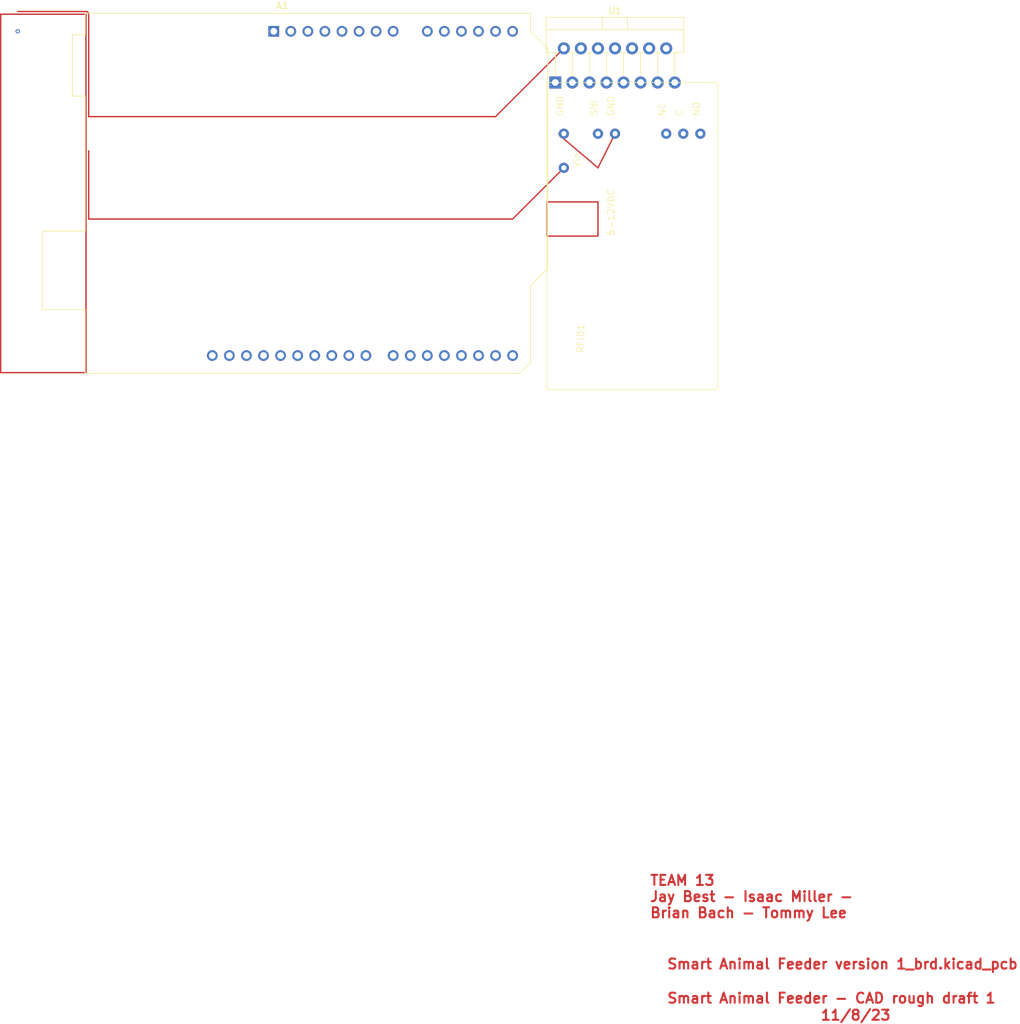
<source format=kicad_pcb>
(kicad_pcb (version 20221018) (generator pcbnew)
  (layers (0 "F.Cu" signal) (31 "B.Cu" signal) (34 "B.Paste" user) (35 "F.Paste" user) (36 "B.SilkS" user "B.Silkscreen") (37 "F.SilkS" user "F.Silkscreen") (38 "B.Mask" user) (39 "F.Mask" user) (44 "Edge.Cuts" user))
  (net 0 "")
  (net 8 "GND")
  (net 15 "/Motor Control 1")
  (net 16 "/Motor Control 2")
  (net 17 "/Enable pin A")
  (net 33 "Net-(U1-OUT1)")
  (net 34 "Net-(M1--)")
  (net 39 "/Motor voltage 2 -")
  (net 40 "/Motor voltage 2 +")
  (footprint "Module:Arduino_UNO_R3" (layer "F.Cu") (at 129.54 45.72)
    (fp_text reference "A1" (at 1.27 -3.81 180) (layer "F.SilkS"))
    (fp_text value "Arduino_UNO_R3")
    (fp_line (start -34.42 29.72) (end -34.42 41.4) (stroke (width 0.12)) (layer "F.SilkS"))
    (fp_line (start -34.42 41.4) (end -28.07 41.4) (stroke (width 0.12)) (layer "F.SilkS"))
    (fp_line (start -29.97 0.51) (end -29.97 9.65) (stroke (width 0.12)) (layer "F.SilkS"))
    (fp_line (start -29.97 9.65) (end -28.07 9.65) (stroke (width 0.12)) (layer "F.SilkS"))
    (fp_line (start -28.07 -2.67) (end -28.07 0.51) (stroke (width 0.12)) (layer "F.SilkS"))
    (fp_line (start -28.07 0.51) (end -29.97 0.51) (stroke (width 0.12)) (layer "F.SilkS"))
    (fp_line (start -28.07 9.65) (end -28.07 29.72) (stroke (width 0.12)) (layer "F.SilkS"))
    (fp_line (start -28.07 29.72) (end -34.42 29.72) (stroke (width 0.12)) (layer "F.SilkS"))
    (fp_line (start -28.07 41.4) (end -28.07 50.93) (stroke (width 0.12)) (layer "F.SilkS"))
    (fp_line (start -28.07 50.93) (end 36.58 50.93) (stroke (width 0.12)) (layer "F.SilkS"))
    (fp_line (start 36.58 50.93) (end 38.23 49.28) (stroke (width 0.12)) (layer "F.SilkS"))
    (fp_line (start 38.23 -2.67) (end -28.07 -2.67) (stroke (width 0.12)) (layer "F.SilkS"))
    (fp_line (start 38.23 0) (end 38.23 -2.67) (stroke (width 0.12)) (layer "F.SilkS"))
    (fp_line (start 38.23 37.85) (end 40.77 35.31) (stroke (width 0.12)) (layer "F.SilkS"))
    (fp_line (start 38.23 49.28) (end 38.23 37.85) (stroke (width 0.12)) (layer "F.SilkS"))
    (fp_line (start 40.77 2.54) (end 38.23 0) (stroke (width 0.12)) (layer "F.SilkS"))
    (fp_line (start 40.77 35.31) (end 40.77 2.54) (stroke (width 0.12)) (layer "F.SilkS"))
    (pad "1" thru_hole rect (at 0 0 90) (size 1.6 1.6) (drill 1) (layers "*.Cu" "*.Mask"))
    (pad "2" thru_hole oval (at 2.54 0 90) (size 1.6 1.6) (drill 1) (layers "*.Cu" "*.Mask"))
    (pad "3" thru_hole oval (at 5.08 0 90) (size 1.6 1.6) (drill 1) (layers "*.Cu" "*.Mask"))
    (pad "4" thru_hole oval (at 7.62 0 90) (size 1.6 1.6) (drill 1) (layers "*.Cu" "*.Mask"))
    (pad "5" thru_hole oval (at 10.16 0 90) (size 1.6 1.6) (drill 1) (layers "*.Cu" "*.Mask"))
    (pad "6" thru_hole oval (at 12.7 0 90) (size 1.6 1.6) (drill 1) (layers "*.Cu" "*.Mask"))
    (pad "7" thru_hole oval (at 15.24 0 90) (size 1.6 1.6) (drill 1) (layers "*.Cu" "*.Mask"))
    (pad "8" thru_hole oval (at 17.78 0 90) (size 1.6 1.6) (drill 1) (layers "*.Cu" "*.Mask") (net 8 "GND"))
    (pad "9" thru_hole oval (at 22.86 0 90) (size 1.6 1.6) (drill 1) (layers "*.Cu" "*.Mask"))
    (pad "10" thru_hole oval (at 25.4 0 90) (size 1.6 1.6) (drill 1) (layers "*.Cu" "*.Mask"))
    (pad "11" thru_hole oval (at 27.94 0 90) (size 1.6 1.6) (drill 1) (layers "*.Cu" "*.Mask"))
    (pad "12" thru_hole oval (at 30.48 0 90) (size 1.6 1.6) (drill 1) (layers "*.Cu" "*.Mask"))
    (pad "13" thru_hole oval (at 33.02 0 90) (size 1.6 1.6) (drill 1) (layers "*.Cu" "*.Mask"))
    (pad "14" thru_hole oval (at 35.56 0 90) (size 1.6 1.6) (drill 1) (layers "*.Cu" "*.Mask"))
    (pad "15" thru_hole oval (at 35.56 48.26 90) (size 1.6 1.6) (drill 1) (layers "*.Cu" "*.Mask") (net 15 "/Motor Control 1"))
    (pad "16" thru_hole oval (at 33.02 48.26 90) (size 1.6 1.6) (drill 1) (layers "*.Cu" "*.Mask") (net 16 "/Motor Control 2"))
    (pad "17" thru_hole oval (at 30.48 48.26 90) (size 1.6 1.6) (drill 1) (layers "*.Cu" "*.Mask") (net 17 "/Enable pin A"))
    (pad "18" thru_hole oval (at 27.94 48.26 90) (size 1.6 1.6) (drill 1) (layers "*.Cu" "*.Mask"))
    (pad "19" thru_hole oval (at 25.4 48.26 90) (size 1.6 1.6) (drill 1) (layers "*.Cu" "*.Mask"))
    (pad "20" thru_hole oval (at 22.86 48.26 90) (size 1.6 1.6) (drill 1) (layers "*.Cu" "*.Mask"))
    (pad "21" thru_hole oval (at 20.32 48.26 90) (size 1.6 1.6) (drill 1) (layers "*.Cu" "*.Mask"))
    (pad "22" thru_hole oval (at 17.78 48.26 90) (size 1.6 1.6) (drill 1) (layers "*.Cu" "*.Mask"))
    (pad "23" thru_hole oval (at 13.72 48.26 90) (size 1.6 1.6) (drill 1) (layers "*.Cu" "*.Mask"))
    (pad "24" thru_hole oval (at 11.18 48.26 90) (size 1.6 1.6) (drill 1) (layers "*.Cu" "*.Mask"))
    (pad "25" thru_hole oval (at 8.64 48.26 90) (size 1.6 1.6) (drill 1) (layers "*.Cu" "*.Mask"))
    (pad "26" thru_hole oval (at 6.1 48.26 90) (size 1.6 1.6) (drill 1) (layers "*.Cu" "*.Mask"))
    (pad "27" thru_hole oval (at 3.56 48.26 90) (size 1.6 1.6) (drill 1) (layers "*.Cu" "*.Mask"))
    (pad "28" thru_hole oval (at 1.02 48.26 90) (size 1.6 1.6) (drill 1) (layers "*.Cu" "*.Mask"))
    (pad "29" thru_hole oval (at -1.52 48.26 90) (size 1.6 1.6) (drill 1) (layers "*.Cu" "*.Mask") (net 8 "GND"))
    (pad "30" thru_hole oval (at -4.06 48.26 90) (size 1.6 1.6) (drill 1) (layers "*.Cu" "*.Mask"))
    (pad "31" thru_hole oval (at -6.6 48.26 90) (size 1.6 1.6) (drill 1) (layers "*.Cu" "*.Mask"))
    (pad "32" thru_hole oval (at -9.14 48.26 90) (size 1.6 1.6) (drill 1) (layers "*.Cu" "*.Mask"))
  )
  (footprint "Package_TO_SOT_THT:TO-220-15_P2.54x2.54mm_StaggerOdd_Lead4.58mm_Vertical" (layer "F.Cu") (at 171.45 53.34)
    (fp_text reference "U1" (at 8.89 -10.7) (layer "F.SilkS"))
    (fp_text value "L298N")
    (fp_line (start -1.33 -9.7) (end -1.33 -4.459) (stroke (width 0.12)) (layer "F.SilkS"))
    (fp_line (start -1.33 -9.7) (end 19.11 -9.7) (stroke (width 0.12)) (layer "F.SilkS"))
    (fp_line (start -1.33 -7.86) (end 19.11 -7.86) (stroke (width 0.12)) (layer "F.SilkS"))
    (fp_line (start -1.33 -4.459) (end 0.346 -4.459) (stroke (width 0.12)) (layer "F.SilkS"))
    (fp_line (start 0 -4.459) (end 0 -1.05) (stroke (width 0.12)) (layer "F.SilkS"))
    (fp_line (start 2.195 -4.459) (end 2.886 -4.459) (stroke (width 0.12)) (layer "F.SilkS"))
    (fp_line (start 2.54 -4.459) (end 2.54 -1.065) (stroke (width 0.12)) (layer "F.SilkS"))
    (fp_line (start 4.735 -4.459) (end 5.426 -4.459) (stroke (width 0.12)) (layer "F.SilkS"))
    (fp_line (start 5.08 -4.459) (end 5.08 -1.065) (stroke (width 0.12)) (layer "F.SilkS"))
    (fp_line (start 7.041 -9.7) (end 7.041 -7.86) (stroke (width 0.12)) (layer "F.SilkS"))
    (fp_line (start 7.275 -4.459) (end 7.966 -4.459) (stroke (width 0.12)) (layer "F.SilkS"))
    (fp_line (start 7.62 -4.459) (end 7.62 -1.065) (stroke (width 0.12)) (layer "F.SilkS"))
    (fp_line (start 9.815 -4.459) (end 10.506 -4.459) (stroke (width 0.12)) (layer "F.SilkS"))
    (fp_line (start 10.16 -4.459) (end 10.16 -1.065) (stroke (width 0.12)) (layer "F.SilkS"))
    (fp_line (start 10.74 -9.7) (end 10.74 -7.86) (stroke (width 0.12)) (layer "F.SilkS"))
    (fp_line (start 12.355 -4.459) (end 13.046 -4.459) (stroke (width 0.12)) (layer "F.SilkS"))
    (fp_line (start 12.7 -4.459) (end 12.7 -1.065) (stroke (width 0.12)) (layer "F.SilkS"))
    (fp_line (start 14.895 -4.459) (end 15.586 -4.459) (stroke (width 0.12)) (layer "F.SilkS"))
    (fp_line (start 15.24 -4.459) (end 15.24 -1.065) (stroke (width 0.12)) (layer "F.SilkS"))
    (fp_line (start 17.435 -4.459) (end 19.11 -4.459) (stroke (width 0.12)) (layer "F.SilkS"))
    (fp_line (start 17.78 -4.459) (end 17.78 -1.065) (stroke (width 0.12)) (layer "F.SilkS"))
    (fp_line (start 19.11 -9.7) (end 19.11 -4.459) (stroke (width 0.12)) (layer "F.SilkS"))
    (pad "1" thru_hole rect (at 0 0) (size 1.8 1.8) (drill 1) (layers "*.Cu" "*.Mask"))
    (pad "2" thru_hole oval (at 1.27 -5.08) (size 1.8 1.8) (drill 1) (layers "*.Cu" "*.Mask") (net 33 "Net-(U1-OUT1)"))
    (pad "3" thru_hole oval (at 2.54 0) (size 1.8 1.8) (drill 1) (layers "*.Cu" "*.Mask") (net 34 "Net-(M1--)"))
    (pad "4" thru_hole oval (at 3.81 -5.08) (size 1.8 1.8) (drill 1) (layers "*.Cu" "*.Mask"))
    (pad "5" thru_hole oval (at 5.08 0) (size 1.8 1.8) (drill 1) (layers "*.Cu" "*.Mask") (net 15 "/Motor Control 1"))
    (pad "6" thru_hole oval (at 6.35 -5.08) (size 1.8 1.8) (drill 1) (layers "*.Cu" "*.Mask") (net 17 "/Enable pin A"))
    (pad "7" thru_hole oval (at 7.62 0) (size 1.8 1.8) (drill 1) (layers "*.Cu" "*.Mask") (net 16 "/Motor Control 2"))
    (pad "8" thru_hole oval (at 8.89 -5.08) (size 1.8 1.8) (drill 1) (layers "*.Cu" "*.Mask") (net 8 "GND"))
    (pad "9" thru_hole oval (at 10.16 0) (size 1.8 1.8) (drill 1) (layers "*.Cu" "*.Mask") (net 8 "GND"))
    (pad "10" thru_hole oval (at 11.43 -5.08) (size 1.8 1.8) (drill 1) (layers "*.Cu" "*.Mask"))
    (pad "11" thru_hole oval (at 12.7 0) (size 1.8 1.8) (drill 1) (layers "*.Cu" "*.Mask"))
    (pad "12" thru_hole oval (at 13.97 -5.08) (size 1.8 1.8) (drill 1) (layers "*.Cu" "*.Mask"))
    (pad "13" thru_hole oval (at 15.24 0) (size 1.8 1.8) (drill 1) (layers "*.Cu" "*.Mask") (net 39 "/Motor voltage 2 -"))
    (pad "14" thru_hole oval (at 16.51 -5.08) (size 1.8 1.8) (drill 1) (layers "*.Cu" "*.Mask") (net 40 "/Motor voltage 2 +"))
    (pad "15" thru_hole oval (at 17.78 0) (size 1.8 1.8) (drill 1) (layers "*.Cu" "*.Mask"))
  )
  (footprint "RFID:RFID_Wizkit" (layer "F.Cu") (at 182.88 78.74 90)
    (fp_text reference "RFID1" (at -12.7 -7.62 90 unlocked) (layer "F.SilkS") (effects (font (thickness 0.1))))
    (fp_text value "~")
    (fp_text user "NO" (at 20.32 10.16 90 unlocked) (layer "F.SilkS") (effects (font (thickness 0.1)) (justify left bottom)))
    (fp_text user "6-12VDC" (at 2.54 -2.54 90 unlocked) (layer "F.SilkS") (effects (font (thickness 0.1)) (justify left bottom)))
    (fp_text user "GND" (at 20.32 -10.16 90 unlocked) (layer "F.SilkS") (effects (font (thickness 0.1)) (justify left bottom)))
    (fp_text user "GND" (at 20.32 -2.54 90 unlocked) (layer "F.SilkS") (effects (font (thickness 0.1)) (justify left bottom)))
    (fp_text user "Vin" (at 12.7 -7.62 90 unlocked) (layer "F.SilkS") (effects (font (thickness 0.1)) (justify left bottom)))
    (fp_text user "C" (at 20.32 7.62 90 unlocked) (layer "F.SilkS") (effects (font (thickness 0.1)) (justify left bottom)))
    (fp_text user "NC" (at 20.32 5.08 90 unlocked) (layer "F.SilkS") (effects (font (thickness 0.1)) (justify left bottom)))
    (fp_text user "SI6" (at 20.32 -5.08 90 unlocked) (layer "F.SilkS") (effects (font (thickness 0.1)) (justify left bottom)))
    (fp_line (start 12.7 -5.08) (end 17.78 -2.54) (stroke (width 0.2)) (layer "F.Cu"))
    (fp_line (start 17.018 -10.16) (end 12.7 -5.08) (stroke (width 0.2)) (layer "F.Cu"))
    (fp_line (start 17.78 -10.922) (end 17.018 -10.16) (stroke (width 0.2)) (layer "F.Cu"))
    (fp_line (start 17.78 -10.16) (end 17.018 -10.16) (stroke (width 0.2)) (layer "F.Cu"))
    (fp_rect (start 7.62 -5.08) (end 2.54 -12.7) (stroke (width 0.2)) (fill none) (layer "F.Cu"))
    (fp_rect (start -20.32 -12.7) (end 25.4 12.7) (stroke (width 0.1)) (fill none) (layer "F.SilkS"))
    (pad "1" thru_hole circle (at 17.78 5.08 90) (size 1.524 1.524) (drill 0.762) (layers "*.Cu" "*.Mask"))
    (pad "2" thru_hole circle (at 17.78 7.62 90) (size 1.524 1.524) (drill 0.762) (layers "*.Cu" "*.Mask"))
    (pad "3" thru_hole circle (at 17.78 10.16 90) (size 1.524 1.524) (drill 0.762) (layers "*.Cu" "*.Mask"))
    (pad "4" thru_hole circle (at 17.78 -10.16 90) (size 1.524 1.524) (drill 0.762) (layers "*.Cu" "*.Mask"))
    (pad "5" thru_hole circle (at 12.7 -10.16 90) (size 1.524 1.524) (drill 0.762) (layers "*.Cu" "*.Mask"))
    (pad "6" thru_hole circle (at 17.78 -5.08 90) (size 1.524 1.524) (drill 0.762) (layers "*.Cu" "*.Mask"))
    (pad "7" thru_hole circle (at 17.78 -2.54 90) (size 1.524 1.524) (drill 0.762) (layers "*.Cu" "*.Mask"))
  )
  (gr_rect (start 88.9 43.18) (end 101.6 96.52) (stroke (width 0.2)) (fill none) (layer "F.Cu"))
  (gr_text "Smart Animal Feeder version 1_brd.kicad_pcb" (at 187.96 185.42) (layer "F.Cu") (effects (font (size 1.5 1.5) (thickness 0.3) bold) (justify left bottom)))
  (gr_text "Smart Animal Feeder - CAD rough draft 1" (at 187.96 190.5) (layer "F.Cu") (effects (font (size 1.5 1.5) (thickness 0.3) bold) (justify left bottom)))
  (gr_text "11/8/23\n" (at 210.82 193.04) (layer "F.Cu") (effects (font (size 1.5 1.5) (thickness 0.3) bold) (justify left bottom)))
  (gr_text "TEAM 13 \nJay Best - Isaac Miller - \nBrian Bach - Tommy Lee " (at 185.42 177.8) (layer "F.Cu") (effects (font (size 1.5 1.5) (thickness 0.3) bold) (justify left bottom)))
  (segment (start 102 73.66) (end 102 63.5) (width 0.2) (layer "F.Cu") (net 0))
  (segment (start 165.1 73.66) (end 102 73.66) (width 0.2) (layer "F.Cu") (net 0))
  (segment (start 172.72 66.04) (end 165.1 73.66) (width 0.2) (layer "F.Cu") (net 0))
  (segment (start 91.44 45.72) (end 91.44 50.8) (width 0) (layer "F.Cu") (net 0))
  (segment (start 91.44 50.8) (end 101.3 50.8) (width 0) (layer "F.Cu") (net 0))
  (via (at 91.44 45.72) (size 0.6) (drill 0.3) (layers "F.Cu" "B.Cu") (net 0))
  (via (at 91.44 45.72) (size 0.6) (drill 0.3) (layers "F.Cu" "B.Cu") (net 0))
  (via (at 91.44 45.72) (size 0.6) (drill 0.3) (layers "F.Cu" "B.Cu") (net 0))
  (segment (start 102 58.42) (end 102 43.014315) (width 0.2) (layer "F.Cu") (net 33))
  (segment (start 102 43.014315) (end 101.765685 42.78) (width 0.2) (layer "F.Cu") (net 33))
  (segment (start 101.765685 42.78) (end 91.44 42.78) (width 0.2) (layer "F.Cu") (net 33))
  (segment (start 172.72 48.26) (end 162.56 58.42) (width 0.2) (layer "F.Cu") (net 33))
  (segment (start 162.56 58.42) (end 102 58.42) (width 0.2) (layer "F.Cu") (net 33))
)
</source>
